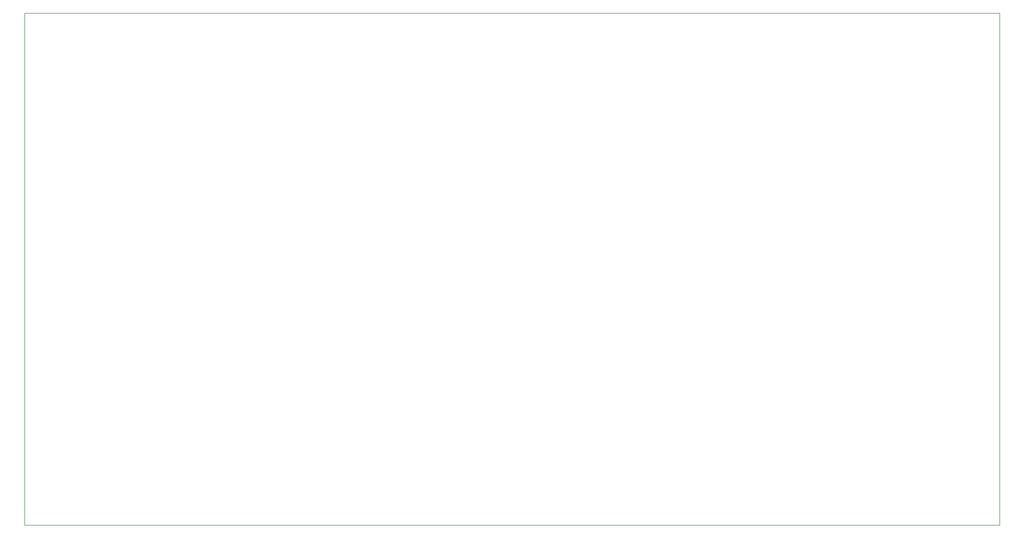
<source format=gm1>
G04 #@! TF.GenerationSoftware,KiCad,Pcbnew,9.0.1*
G04 #@! TF.CreationDate,2025-05-20T14:35:32+01:00*
G04 #@! TF.ProjectId,DST,4453542e-6b69-4636-9164-5f7063625858,rev?*
G04 #@! TF.SameCoordinates,Original*
G04 #@! TF.FileFunction,Profile,NP*
%FSLAX46Y46*%
G04 Gerber Fmt 4.6, Leading zero omitted, Abs format (unit mm)*
G04 Created by KiCad (PCBNEW 9.0.1) date 2025-05-20 14:35:32*
%MOMM*%
%LPD*%
G01*
G04 APERTURE LIST*
G04 #@! TA.AperFunction,Profile*
%ADD10C,0.050000*%
G04 #@! TD*
G04 APERTURE END LIST*
D10*
X94200000Y-49800000D02*
X252700000Y-49800000D01*
X252700000Y-133050000D01*
X94200000Y-133050000D01*
X94200000Y-49800000D01*
M02*

</source>
